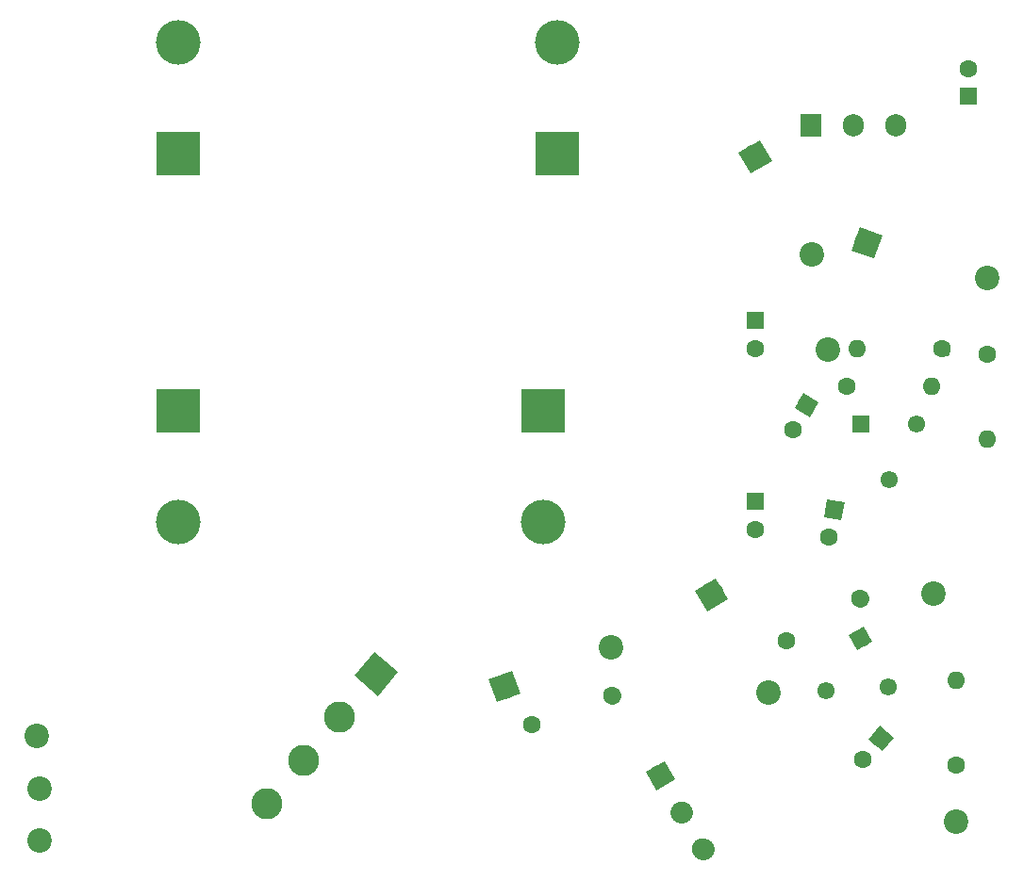
<source format=gbr>
G04 #@! TF.GenerationSoftware,KiCad,Pcbnew,(5.1.2-1)-1*
G04 #@! TF.CreationDate,2021-10-25T14:12:27-04:00*
G04 #@! TF.ProjectId,Power Supply,506f7765-7220-4537-9570-706c792e6b69,rev?*
G04 #@! TF.SameCoordinates,Original*
G04 #@! TF.FileFunction,Copper,L1,Top*
G04 #@! TF.FilePolarity,Positive*
%FSLAX46Y46*%
G04 Gerber Fmt 4.6, Leading zero omitted, Abs format (unit mm)*
G04 Created by KiCad (PCBNEW (5.1.2-1)-1) date 2021-10-25 14:12:27*
%MOMM*%
%LPD*%
G04 APERTURE LIST*
%ADD10C,1.905000*%
%ADD11C,0.100000*%
%ADD12C,1.905000*%
%ADD13C,4.000000*%
%ADD14R,4.000000X4.000000*%
%ADD15C,1.550000*%
%ADD16R,1.550000X1.550000*%
%ADD17C,1.600000*%
%ADD18C,2.200000*%
%ADD19C,2.200000*%
%ADD20R,1.600000X1.600000*%
%ADD21C,1.600000*%
%ADD22O,1.600000X1.600000*%
%ADD23R,1.905000X2.000000*%
%ADD24O,1.905000X2.000000*%
%ADD25C,2.800000*%
%ADD26C,0.250000*%
G04 APERTURE END LIST*
D10*
X75057000Y-93718348D03*
D11*
G36*
X73714725Y-93393459D02*
G01*
X75446775Y-92393459D01*
X76399275Y-94043237D01*
X74667225Y-95043237D01*
X73714725Y-93393459D01*
X73714725Y-93393459D01*
G37*
D10*
X76962000Y-97017905D03*
D12*
X77003136Y-96994155D02*
X76920864Y-97041655D01*
D10*
X78867000Y-100317461D03*
D12*
X78908136Y-100293711D02*
X78825864Y-100341211D01*
D13*
X65786000Y-27846000D03*
D14*
X65786000Y-37846000D03*
X31750000Y-37846000D03*
D13*
X31750000Y-27846000D03*
D15*
X95565600Y-67077600D03*
D16*
X93065600Y-62077600D03*
D15*
X98065600Y-62077600D03*
X89960073Y-86046664D03*
X93040200Y-81381600D03*
D11*
G36*
X91981530Y-81097930D02*
G01*
X93323870Y-80322930D01*
X94098870Y-81665270D01*
X92756530Y-82440270D01*
X91981530Y-81097930D01*
X91981530Y-81097930D01*
G37*
D15*
X95540200Y-85711727D03*
D17*
X88188800Y-60426600D03*
D11*
G36*
X87895980Y-59333780D02*
G01*
X89281620Y-60133780D01*
X88481620Y-61519420D01*
X87095980Y-60719420D01*
X87895980Y-59333780D01*
X87895980Y-59333780D01*
G37*
D17*
X86938800Y-62591664D03*
D18*
X83566000Y-38100000D03*
D11*
G36*
X82063372Y-37697372D02*
G01*
X83968628Y-36597372D01*
X85068628Y-38502628D01*
X83163372Y-39602628D01*
X82063372Y-37697372D01*
X82063372Y-37697372D01*
G37*
D18*
X88646000Y-46898818D03*
D19*
X88646000Y-46898818D02*
X88646000Y-46898818D01*
D14*
X31750000Y-60960000D03*
D13*
X31750000Y-70960000D03*
X64516000Y-70960000D03*
D14*
X64516000Y-60960000D03*
D17*
X83566000Y-71588000D03*
D20*
X83566000Y-69088000D03*
X83566000Y-52832000D03*
D17*
X83566000Y-55332000D03*
D18*
X61061600Y-85699600D03*
D11*
G36*
X60404160Y-87109484D02*
G01*
X59651716Y-85042160D01*
X61719040Y-84289716D01*
X62471484Y-86357040D01*
X60404160Y-87109484D01*
X60404160Y-87109484D01*
G37*
D18*
X70608877Y-82224675D03*
D19*
X70608877Y-82224675D02*
X70608877Y-82224675D01*
D18*
X84734400Y-86268818D03*
D19*
X84734400Y-86268818D02*
X84734400Y-86268818D01*
D18*
X79654400Y-77470000D03*
D11*
G36*
X78151772Y-77067372D02*
G01*
X80057028Y-75967372D01*
X81157028Y-77872628D01*
X79251772Y-78972628D01*
X78151772Y-77067372D01*
X78151772Y-77067372D01*
G37*
D18*
X90124075Y-55394277D03*
D19*
X90124075Y-55394277D02*
X90124075Y-55394277D01*
D18*
X93599000Y-45847000D03*
D11*
G36*
X92941560Y-44437116D02*
G01*
X95008884Y-45189560D01*
X94256440Y-47256884D01*
X92189116Y-46504440D01*
X92941560Y-44437116D01*
X92941560Y-44437116D01*
G37*
D18*
X19304000Y-99568000D03*
X19050000Y-90170000D03*
X19304000Y-94869000D03*
X101574600Y-97815400D03*
X104444800Y-48971200D03*
D17*
X92959114Y-77774800D03*
D21*
X92959114Y-77774800D02*
X92959114Y-77774800D01*
D17*
X86360000Y-81584800D03*
D22*
X99415600Y-58724800D03*
D17*
X91795600Y-58724800D03*
X63525400Y-89128600D03*
X70685858Y-86522407D03*
D21*
X70685858Y-86522407D02*
X70685858Y-86522407D01*
D17*
X100380800Y-55321200D03*
D22*
X92760800Y-55321200D03*
X101574600Y-85115400D03*
D17*
X101574600Y-92735400D03*
X104444800Y-55829200D03*
D22*
X104444800Y-63449200D03*
D17*
X90218480Y-72286619D03*
X90652600Y-69824600D03*
D11*
G36*
X90003672Y-68897835D02*
G01*
X91579365Y-69175672D01*
X91301528Y-70751365D01*
X89725835Y-70473528D01*
X90003672Y-68897835D01*
X90003672Y-68897835D01*
G37*
D17*
X94869000Y-90373200D03*
D11*
G36*
X94770395Y-89246134D02*
G01*
X95996066Y-90274595D01*
X94967605Y-91500266D01*
X93741934Y-90471805D01*
X94770395Y-89246134D01*
X94770395Y-89246134D01*
G37*
D17*
X93262031Y-92288311D03*
X102717600Y-30189800D03*
D20*
X102717600Y-32689800D03*
D23*
X88595200Y-35306000D03*
D24*
X92405200Y-35306000D03*
X96215200Y-35306000D03*
D25*
X39733917Y-96256517D03*
X42999278Y-92365012D03*
X46264639Y-88473506D03*
X49530000Y-84582000D03*
D11*
G36*
X49357440Y-82609635D02*
G01*
X51502365Y-84409440D01*
X49702560Y-86554365D01*
X47557635Y-84754560D01*
X49357440Y-82609635D01*
X49357440Y-82609635D01*
G37*
D18*
X99542600Y-77368400D03*
D26*
X83312000Y-52832000D02*
X83566000Y-52832000D01*
X100888800Y-55829200D02*
X100380800Y-55321200D01*
M02*

</source>
